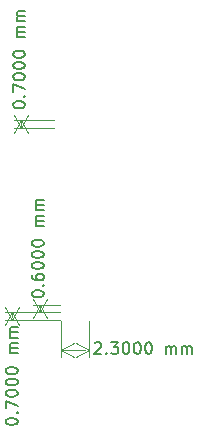
<source format=gbr>
%TF.GenerationSoftware,KiCad,Pcbnew,7.0.9*%
%TF.CreationDate,2023-12-18T15:10:48+01:00*%
%TF.ProjectId,flexAddressLedsV2,666c6578-4164-4647-9265-73734c656473,rev?*%
%TF.SameCoordinates,Original*%
%TF.FileFunction,Other,Comment*%
%FSLAX46Y46*%
G04 Gerber Fmt 4.6, Leading zero omitted, Abs format (unit mm)*
G04 Created by KiCad (PCBNEW 7.0.9) date 2023-12-18 15:10:48*
%MOMM*%
%LPD*%
G01*
G04 APERTURE LIST*
%ADD10C,0.150000*%
%ADD11C,0.120000*%
G04 APERTURE END LIST*
D10*
X25354819Y-56999761D02*
X25354819Y-56904523D01*
X25354819Y-56904523D02*
X25402438Y-56809285D01*
X25402438Y-56809285D02*
X25450057Y-56761666D01*
X25450057Y-56761666D02*
X25545295Y-56714047D01*
X25545295Y-56714047D02*
X25735771Y-56666428D01*
X25735771Y-56666428D02*
X25973866Y-56666428D01*
X25973866Y-56666428D02*
X26164342Y-56714047D01*
X26164342Y-56714047D02*
X26259580Y-56761666D01*
X26259580Y-56761666D02*
X26307200Y-56809285D01*
X26307200Y-56809285D02*
X26354819Y-56904523D01*
X26354819Y-56904523D02*
X26354819Y-56999761D01*
X26354819Y-56999761D02*
X26307200Y-57094999D01*
X26307200Y-57094999D02*
X26259580Y-57142618D01*
X26259580Y-57142618D02*
X26164342Y-57190237D01*
X26164342Y-57190237D02*
X25973866Y-57237856D01*
X25973866Y-57237856D02*
X25735771Y-57237856D01*
X25735771Y-57237856D02*
X25545295Y-57190237D01*
X25545295Y-57190237D02*
X25450057Y-57142618D01*
X25450057Y-57142618D02*
X25402438Y-57094999D01*
X25402438Y-57094999D02*
X25354819Y-56999761D01*
X26259580Y-56237856D02*
X26307200Y-56190237D01*
X26307200Y-56190237D02*
X26354819Y-56237856D01*
X26354819Y-56237856D02*
X26307200Y-56285475D01*
X26307200Y-56285475D02*
X26259580Y-56237856D01*
X26259580Y-56237856D02*
X26354819Y-56237856D01*
X25354819Y-55856904D02*
X25354819Y-55190238D01*
X25354819Y-55190238D02*
X26354819Y-55618809D01*
X25354819Y-54618809D02*
X25354819Y-54523571D01*
X25354819Y-54523571D02*
X25402438Y-54428333D01*
X25402438Y-54428333D02*
X25450057Y-54380714D01*
X25450057Y-54380714D02*
X25545295Y-54333095D01*
X25545295Y-54333095D02*
X25735771Y-54285476D01*
X25735771Y-54285476D02*
X25973866Y-54285476D01*
X25973866Y-54285476D02*
X26164342Y-54333095D01*
X26164342Y-54333095D02*
X26259580Y-54380714D01*
X26259580Y-54380714D02*
X26307200Y-54428333D01*
X26307200Y-54428333D02*
X26354819Y-54523571D01*
X26354819Y-54523571D02*
X26354819Y-54618809D01*
X26354819Y-54618809D02*
X26307200Y-54714047D01*
X26307200Y-54714047D02*
X26259580Y-54761666D01*
X26259580Y-54761666D02*
X26164342Y-54809285D01*
X26164342Y-54809285D02*
X25973866Y-54856904D01*
X25973866Y-54856904D02*
X25735771Y-54856904D01*
X25735771Y-54856904D02*
X25545295Y-54809285D01*
X25545295Y-54809285D02*
X25450057Y-54761666D01*
X25450057Y-54761666D02*
X25402438Y-54714047D01*
X25402438Y-54714047D02*
X25354819Y-54618809D01*
X25354819Y-53666428D02*
X25354819Y-53571190D01*
X25354819Y-53571190D02*
X25402438Y-53475952D01*
X25402438Y-53475952D02*
X25450057Y-53428333D01*
X25450057Y-53428333D02*
X25545295Y-53380714D01*
X25545295Y-53380714D02*
X25735771Y-53333095D01*
X25735771Y-53333095D02*
X25973866Y-53333095D01*
X25973866Y-53333095D02*
X26164342Y-53380714D01*
X26164342Y-53380714D02*
X26259580Y-53428333D01*
X26259580Y-53428333D02*
X26307200Y-53475952D01*
X26307200Y-53475952D02*
X26354819Y-53571190D01*
X26354819Y-53571190D02*
X26354819Y-53666428D01*
X26354819Y-53666428D02*
X26307200Y-53761666D01*
X26307200Y-53761666D02*
X26259580Y-53809285D01*
X26259580Y-53809285D02*
X26164342Y-53856904D01*
X26164342Y-53856904D02*
X25973866Y-53904523D01*
X25973866Y-53904523D02*
X25735771Y-53904523D01*
X25735771Y-53904523D02*
X25545295Y-53856904D01*
X25545295Y-53856904D02*
X25450057Y-53809285D01*
X25450057Y-53809285D02*
X25402438Y-53761666D01*
X25402438Y-53761666D02*
X25354819Y-53666428D01*
X25354819Y-52714047D02*
X25354819Y-52618809D01*
X25354819Y-52618809D02*
X25402438Y-52523571D01*
X25402438Y-52523571D02*
X25450057Y-52475952D01*
X25450057Y-52475952D02*
X25545295Y-52428333D01*
X25545295Y-52428333D02*
X25735771Y-52380714D01*
X25735771Y-52380714D02*
X25973866Y-52380714D01*
X25973866Y-52380714D02*
X26164342Y-52428333D01*
X26164342Y-52428333D02*
X26259580Y-52475952D01*
X26259580Y-52475952D02*
X26307200Y-52523571D01*
X26307200Y-52523571D02*
X26354819Y-52618809D01*
X26354819Y-52618809D02*
X26354819Y-52714047D01*
X26354819Y-52714047D02*
X26307200Y-52809285D01*
X26307200Y-52809285D02*
X26259580Y-52856904D01*
X26259580Y-52856904D02*
X26164342Y-52904523D01*
X26164342Y-52904523D02*
X25973866Y-52952142D01*
X25973866Y-52952142D02*
X25735771Y-52952142D01*
X25735771Y-52952142D02*
X25545295Y-52904523D01*
X25545295Y-52904523D02*
X25450057Y-52856904D01*
X25450057Y-52856904D02*
X25402438Y-52809285D01*
X25402438Y-52809285D02*
X25354819Y-52714047D01*
X26354819Y-51190237D02*
X25688152Y-51190237D01*
X25783390Y-51190237D02*
X25735771Y-51142618D01*
X25735771Y-51142618D02*
X25688152Y-51047380D01*
X25688152Y-51047380D02*
X25688152Y-50904523D01*
X25688152Y-50904523D02*
X25735771Y-50809285D01*
X25735771Y-50809285D02*
X25831009Y-50761666D01*
X25831009Y-50761666D02*
X26354819Y-50761666D01*
X25831009Y-50761666D02*
X25735771Y-50714047D01*
X25735771Y-50714047D02*
X25688152Y-50618809D01*
X25688152Y-50618809D02*
X25688152Y-50475952D01*
X25688152Y-50475952D02*
X25735771Y-50380713D01*
X25735771Y-50380713D02*
X25831009Y-50333094D01*
X25831009Y-50333094D02*
X26354819Y-50333094D01*
X26354819Y-49856904D02*
X25688152Y-49856904D01*
X25783390Y-49856904D02*
X25735771Y-49809285D01*
X25735771Y-49809285D02*
X25688152Y-49714047D01*
X25688152Y-49714047D02*
X25688152Y-49571190D01*
X25688152Y-49571190D02*
X25735771Y-49475952D01*
X25735771Y-49475952D02*
X25831009Y-49428333D01*
X25831009Y-49428333D02*
X26354819Y-49428333D01*
X25831009Y-49428333D02*
X25735771Y-49380714D01*
X25735771Y-49380714D02*
X25688152Y-49285476D01*
X25688152Y-49285476D02*
X25688152Y-49142619D01*
X25688152Y-49142619D02*
X25735771Y-49047380D01*
X25735771Y-49047380D02*
X25831009Y-48999761D01*
X25831009Y-48999761D02*
X26354819Y-48999761D01*
D11*
X29900000Y-48395000D02*
X25313580Y-48395000D01*
X29900000Y-47695000D02*
X25313580Y-47695000D01*
X25900000Y-48136667D02*
X25900000Y-47695000D01*
X25900000Y-48395000D02*
X25313579Y-47268496D01*
X25900000Y-48395000D02*
X26486421Y-47268496D01*
X25900000Y-47695000D02*
X26486421Y-48821504D01*
X25900000Y-47695000D02*
X25313579Y-48821504D01*
D10*
X25954819Y-30204761D02*
X25954819Y-30109523D01*
X25954819Y-30109523D02*
X26002438Y-30014285D01*
X26002438Y-30014285D02*
X26050057Y-29966666D01*
X26050057Y-29966666D02*
X26145295Y-29919047D01*
X26145295Y-29919047D02*
X26335771Y-29871428D01*
X26335771Y-29871428D02*
X26573866Y-29871428D01*
X26573866Y-29871428D02*
X26764342Y-29919047D01*
X26764342Y-29919047D02*
X26859580Y-29966666D01*
X26859580Y-29966666D02*
X26907200Y-30014285D01*
X26907200Y-30014285D02*
X26954819Y-30109523D01*
X26954819Y-30109523D02*
X26954819Y-30204761D01*
X26954819Y-30204761D02*
X26907200Y-30299999D01*
X26907200Y-30299999D02*
X26859580Y-30347618D01*
X26859580Y-30347618D02*
X26764342Y-30395237D01*
X26764342Y-30395237D02*
X26573866Y-30442856D01*
X26573866Y-30442856D02*
X26335771Y-30442856D01*
X26335771Y-30442856D02*
X26145295Y-30395237D01*
X26145295Y-30395237D02*
X26050057Y-30347618D01*
X26050057Y-30347618D02*
X26002438Y-30299999D01*
X26002438Y-30299999D02*
X25954819Y-30204761D01*
X26859580Y-29442856D02*
X26907200Y-29395237D01*
X26907200Y-29395237D02*
X26954819Y-29442856D01*
X26954819Y-29442856D02*
X26907200Y-29490475D01*
X26907200Y-29490475D02*
X26859580Y-29442856D01*
X26859580Y-29442856D02*
X26954819Y-29442856D01*
X25954819Y-29061904D02*
X25954819Y-28395238D01*
X25954819Y-28395238D02*
X26954819Y-28823809D01*
X25954819Y-27823809D02*
X25954819Y-27728571D01*
X25954819Y-27728571D02*
X26002438Y-27633333D01*
X26002438Y-27633333D02*
X26050057Y-27585714D01*
X26050057Y-27585714D02*
X26145295Y-27538095D01*
X26145295Y-27538095D02*
X26335771Y-27490476D01*
X26335771Y-27490476D02*
X26573866Y-27490476D01*
X26573866Y-27490476D02*
X26764342Y-27538095D01*
X26764342Y-27538095D02*
X26859580Y-27585714D01*
X26859580Y-27585714D02*
X26907200Y-27633333D01*
X26907200Y-27633333D02*
X26954819Y-27728571D01*
X26954819Y-27728571D02*
X26954819Y-27823809D01*
X26954819Y-27823809D02*
X26907200Y-27919047D01*
X26907200Y-27919047D02*
X26859580Y-27966666D01*
X26859580Y-27966666D02*
X26764342Y-28014285D01*
X26764342Y-28014285D02*
X26573866Y-28061904D01*
X26573866Y-28061904D02*
X26335771Y-28061904D01*
X26335771Y-28061904D02*
X26145295Y-28014285D01*
X26145295Y-28014285D02*
X26050057Y-27966666D01*
X26050057Y-27966666D02*
X26002438Y-27919047D01*
X26002438Y-27919047D02*
X25954819Y-27823809D01*
X25954819Y-26871428D02*
X25954819Y-26776190D01*
X25954819Y-26776190D02*
X26002438Y-26680952D01*
X26002438Y-26680952D02*
X26050057Y-26633333D01*
X26050057Y-26633333D02*
X26145295Y-26585714D01*
X26145295Y-26585714D02*
X26335771Y-26538095D01*
X26335771Y-26538095D02*
X26573866Y-26538095D01*
X26573866Y-26538095D02*
X26764342Y-26585714D01*
X26764342Y-26585714D02*
X26859580Y-26633333D01*
X26859580Y-26633333D02*
X26907200Y-26680952D01*
X26907200Y-26680952D02*
X26954819Y-26776190D01*
X26954819Y-26776190D02*
X26954819Y-26871428D01*
X26954819Y-26871428D02*
X26907200Y-26966666D01*
X26907200Y-26966666D02*
X26859580Y-27014285D01*
X26859580Y-27014285D02*
X26764342Y-27061904D01*
X26764342Y-27061904D02*
X26573866Y-27109523D01*
X26573866Y-27109523D02*
X26335771Y-27109523D01*
X26335771Y-27109523D02*
X26145295Y-27061904D01*
X26145295Y-27061904D02*
X26050057Y-27014285D01*
X26050057Y-27014285D02*
X26002438Y-26966666D01*
X26002438Y-26966666D02*
X25954819Y-26871428D01*
X25954819Y-25919047D02*
X25954819Y-25823809D01*
X25954819Y-25823809D02*
X26002438Y-25728571D01*
X26002438Y-25728571D02*
X26050057Y-25680952D01*
X26050057Y-25680952D02*
X26145295Y-25633333D01*
X26145295Y-25633333D02*
X26335771Y-25585714D01*
X26335771Y-25585714D02*
X26573866Y-25585714D01*
X26573866Y-25585714D02*
X26764342Y-25633333D01*
X26764342Y-25633333D02*
X26859580Y-25680952D01*
X26859580Y-25680952D02*
X26907200Y-25728571D01*
X26907200Y-25728571D02*
X26954819Y-25823809D01*
X26954819Y-25823809D02*
X26954819Y-25919047D01*
X26954819Y-25919047D02*
X26907200Y-26014285D01*
X26907200Y-26014285D02*
X26859580Y-26061904D01*
X26859580Y-26061904D02*
X26764342Y-26109523D01*
X26764342Y-26109523D02*
X26573866Y-26157142D01*
X26573866Y-26157142D02*
X26335771Y-26157142D01*
X26335771Y-26157142D02*
X26145295Y-26109523D01*
X26145295Y-26109523D02*
X26050057Y-26061904D01*
X26050057Y-26061904D02*
X26002438Y-26014285D01*
X26002438Y-26014285D02*
X25954819Y-25919047D01*
X26954819Y-24395237D02*
X26288152Y-24395237D01*
X26383390Y-24395237D02*
X26335771Y-24347618D01*
X26335771Y-24347618D02*
X26288152Y-24252380D01*
X26288152Y-24252380D02*
X26288152Y-24109523D01*
X26288152Y-24109523D02*
X26335771Y-24014285D01*
X26335771Y-24014285D02*
X26431009Y-23966666D01*
X26431009Y-23966666D02*
X26954819Y-23966666D01*
X26431009Y-23966666D02*
X26335771Y-23919047D01*
X26335771Y-23919047D02*
X26288152Y-23823809D01*
X26288152Y-23823809D02*
X26288152Y-23680952D01*
X26288152Y-23680952D02*
X26335771Y-23585713D01*
X26335771Y-23585713D02*
X26431009Y-23538094D01*
X26431009Y-23538094D02*
X26954819Y-23538094D01*
X26954819Y-23061904D02*
X26288152Y-23061904D01*
X26383390Y-23061904D02*
X26335771Y-23014285D01*
X26335771Y-23014285D02*
X26288152Y-22919047D01*
X26288152Y-22919047D02*
X26288152Y-22776190D01*
X26288152Y-22776190D02*
X26335771Y-22680952D01*
X26335771Y-22680952D02*
X26431009Y-22633333D01*
X26431009Y-22633333D02*
X26954819Y-22633333D01*
X26431009Y-22633333D02*
X26335771Y-22585714D01*
X26335771Y-22585714D02*
X26288152Y-22490476D01*
X26288152Y-22490476D02*
X26288152Y-22347619D01*
X26288152Y-22347619D02*
X26335771Y-22252380D01*
X26335771Y-22252380D02*
X26431009Y-22204761D01*
X26431009Y-22204761D02*
X26954819Y-22204761D01*
D11*
X29400000Y-31400000D02*
X26013580Y-31400000D01*
X29400000Y-32100000D02*
X26013580Y-32100000D01*
X26600000Y-31400000D02*
X26600000Y-32100000D01*
X26600000Y-31400000D02*
X26600000Y-32100000D01*
X26600000Y-31400000D02*
X27186421Y-32526504D01*
X26600000Y-31400000D02*
X26013579Y-32526504D01*
X26600000Y-32100000D02*
X26013579Y-30973496D01*
X26600000Y-32100000D02*
X27186421Y-30973496D01*
D10*
X32859143Y-50345057D02*
X32906762Y-50297438D01*
X32906762Y-50297438D02*
X33002000Y-50249819D01*
X33002000Y-50249819D02*
X33240095Y-50249819D01*
X33240095Y-50249819D02*
X33335333Y-50297438D01*
X33335333Y-50297438D02*
X33382952Y-50345057D01*
X33382952Y-50345057D02*
X33430571Y-50440295D01*
X33430571Y-50440295D02*
X33430571Y-50535533D01*
X33430571Y-50535533D02*
X33382952Y-50678390D01*
X33382952Y-50678390D02*
X32811524Y-51249819D01*
X32811524Y-51249819D02*
X33430571Y-51249819D01*
X33859143Y-51154580D02*
X33906762Y-51202200D01*
X33906762Y-51202200D02*
X33859143Y-51249819D01*
X33859143Y-51249819D02*
X33811524Y-51202200D01*
X33811524Y-51202200D02*
X33859143Y-51154580D01*
X33859143Y-51154580D02*
X33859143Y-51249819D01*
X34240095Y-50249819D02*
X34859142Y-50249819D01*
X34859142Y-50249819D02*
X34525809Y-50630771D01*
X34525809Y-50630771D02*
X34668666Y-50630771D01*
X34668666Y-50630771D02*
X34763904Y-50678390D01*
X34763904Y-50678390D02*
X34811523Y-50726009D01*
X34811523Y-50726009D02*
X34859142Y-50821247D01*
X34859142Y-50821247D02*
X34859142Y-51059342D01*
X34859142Y-51059342D02*
X34811523Y-51154580D01*
X34811523Y-51154580D02*
X34763904Y-51202200D01*
X34763904Y-51202200D02*
X34668666Y-51249819D01*
X34668666Y-51249819D02*
X34382952Y-51249819D01*
X34382952Y-51249819D02*
X34287714Y-51202200D01*
X34287714Y-51202200D02*
X34240095Y-51154580D01*
X35478190Y-50249819D02*
X35573428Y-50249819D01*
X35573428Y-50249819D02*
X35668666Y-50297438D01*
X35668666Y-50297438D02*
X35716285Y-50345057D01*
X35716285Y-50345057D02*
X35763904Y-50440295D01*
X35763904Y-50440295D02*
X35811523Y-50630771D01*
X35811523Y-50630771D02*
X35811523Y-50868866D01*
X35811523Y-50868866D02*
X35763904Y-51059342D01*
X35763904Y-51059342D02*
X35716285Y-51154580D01*
X35716285Y-51154580D02*
X35668666Y-51202200D01*
X35668666Y-51202200D02*
X35573428Y-51249819D01*
X35573428Y-51249819D02*
X35478190Y-51249819D01*
X35478190Y-51249819D02*
X35382952Y-51202200D01*
X35382952Y-51202200D02*
X35335333Y-51154580D01*
X35335333Y-51154580D02*
X35287714Y-51059342D01*
X35287714Y-51059342D02*
X35240095Y-50868866D01*
X35240095Y-50868866D02*
X35240095Y-50630771D01*
X35240095Y-50630771D02*
X35287714Y-50440295D01*
X35287714Y-50440295D02*
X35335333Y-50345057D01*
X35335333Y-50345057D02*
X35382952Y-50297438D01*
X35382952Y-50297438D02*
X35478190Y-50249819D01*
X36430571Y-50249819D02*
X36525809Y-50249819D01*
X36525809Y-50249819D02*
X36621047Y-50297438D01*
X36621047Y-50297438D02*
X36668666Y-50345057D01*
X36668666Y-50345057D02*
X36716285Y-50440295D01*
X36716285Y-50440295D02*
X36763904Y-50630771D01*
X36763904Y-50630771D02*
X36763904Y-50868866D01*
X36763904Y-50868866D02*
X36716285Y-51059342D01*
X36716285Y-51059342D02*
X36668666Y-51154580D01*
X36668666Y-51154580D02*
X36621047Y-51202200D01*
X36621047Y-51202200D02*
X36525809Y-51249819D01*
X36525809Y-51249819D02*
X36430571Y-51249819D01*
X36430571Y-51249819D02*
X36335333Y-51202200D01*
X36335333Y-51202200D02*
X36287714Y-51154580D01*
X36287714Y-51154580D02*
X36240095Y-51059342D01*
X36240095Y-51059342D02*
X36192476Y-50868866D01*
X36192476Y-50868866D02*
X36192476Y-50630771D01*
X36192476Y-50630771D02*
X36240095Y-50440295D01*
X36240095Y-50440295D02*
X36287714Y-50345057D01*
X36287714Y-50345057D02*
X36335333Y-50297438D01*
X36335333Y-50297438D02*
X36430571Y-50249819D01*
X37382952Y-50249819D02*
X37478190Y-50249819D01*
X37478190Y-50249819D02*
X37573428Y-50297438D01*
X37573428Y-50297438D02*
X37621047Y-50345057D01*
X37621047Y-50345057D02*
X37668666Y-50440295D01*
X37668666Y-50440295D02*
X37716285Y-50630771D01*
X37716285Y-50630771D02*
X37716285Y-50868866D01*
X37716285Y-50868866D02*
X37668666Y-51059342D01*
X37668666Y-51059342D02*
X37621047Y-51154580D01*
X37621047Y-51154580D02*
X37573428Y-51202200D01*
X37573428Y-51202200D02*
X37478190Y-51249819D01*
X37478190Y-51249819D02*
X37382952Y-51249819D01*
X37382952Y-51249819D02*
X37287714Y-51202200D01*
X37287714Y-51202200D02*
X37240095Y-51154580D01*
X37240095Y-51154580D02*
X37192476Y-51059342D01*
X37192476Y-51059342D02*
X37144857Y-50868866D01*
X37144857Y-50868866D02*
X37144857Y-50630771D01*
X37144857Y-50630771D02*
X37192476Y-50440295D01*
X37192476Y-50440295D02*
X37240095Y-50345057D01*
X37240095Y-50345057D02*
X37287714Y-50297438D01*
X37287714Y-50297438D02*
X37382952Y-50249819D01*
X38906762Y-51249819D02*
X38906762Y-50583152D01*
X38906762Y-50678390D02*
X38954381Y-50630771D01*
X38954381Y-50630771D02*
X39049619Y-50583152D01*
X39049619Y-50583152D02*
X39192476Y-50583152D01*
X39192476Y-50583152D02*
X39287714Y-50630771D01*
X39287714Y-50630771D02*
X39335333Y-50726009D01*
X39335333Y-50726009D02*
X39335333Y-51249819D01*
X39335333Y-50726009D02*
X39382952Y-50630771D01*
X39382952Y-50630771D02*
X39478190Y-50583152D01*
X39478190Y-50583152D02*
X39621047Y-50583152D01*
X39621047Y-50583152D02*
X39716286Y-50630771D01*
X39716286Y-50630771D02*
X39763905Y-50726009D01*
X39763905Y-50726009D02*
X39763905Y-51249819D01*
X40240095Y-51249819D02*
X40240095Y-50583152D01*
X40240095Y-50678390D02*
X40287714Y-50630771D01*
X40287714Y-50630771D02*
X40382952Y-50583152D01*
X40382952Y-50583152D02*
X40525809Y-50583152D01*
X40525809Y-50583152D02*
X40621047Y-50630771D01*
X40621047Y-50630771D02*
X40668666Y-50726009D01*
X40668666Y-50726009D02*
X40668666Y-51249819D01*
X40668666Y-50726009D02*
X40716285Y-50630771D01*
X40716285Y-50630771D02*
X40811523Y-50583152D01*
X40811523Y-50583152D02*
X40954380Y-50583152D01*
X40954380Y-50583152D02*
X41049619Y-50630771D01*
X41049619Y-50630771D02*
X41097238Y-50726009D01*
X41097238Y-50726009D02*
X41097238Y-51249819D01*
D11*
X30004000Y-48495000D02*
X30004000Y-51481420D01*
X32400000Y-48495000D02*
X32400000Y-51481420D01*
X30004000Y-50895000D02*
X32043667Y-50895000D01*
X30004000Y-50895000D02*
X31130504Y-50308579D01*
X30004000Y-50895000D02*
X31130504Y-51481421D01*
X32400000Y-50895000D02*
X31273496Y-51481421D01*
X32400000Y-50895000D02*
X31273496Y-50308579D01*
D10*
X27550819Y-46199761D02*
X27550819Y-46104523D01*
X27550819Y-46104523D02*
X27598438Y-46009285D01*
X27598438Y-46009285D02*
X27646057Y-45961666D01*
X27646057Y-45961666D02*
X27741295Y-45914047D01*
X27741295Y-45914047D02*
X27931771Y-45866428D01*
X27931771Y-45866428D02*
X28169866Y-45866428D01*
X28169866Y-45866428D02*
X28360342Y-45914047D01*
X28360342Y-45914047D02*
X28455580Y-45961666D01*
X28455580Y-45961666D02*
X28503200Y-46009285D01*
X28503200Y-46009285D02*
X28550819Y-46104523D01*
X28550819Y-46104523D02*
X28550819Y-46199761D01*
X28550819Y-46199761D02*
X28503200Y-46294999D01*
X28503200Y-46294999D02*
X28455580Y-46342618D01*
X28455580Y-46342618D02*
X28360342Y-46390237D01*
X28360342Y-46390237D02*
X28169866Y-46437856D01*
X28169866Y-46437856D02*
X27931771Y-46437856D01*
X27931771Y-46437856D02*
X27741295Y-46390237D01*
X27741295Y-46390237D02*
X27646057Y-46342618D01*
X27646057Y-46342618D02*
X27598438Y-46294999D01*
X27598438Y-46294999D02*
X27550819Y-46199761D01*
X28455580Y-45437856D02*
X28503200Y-45390237D01*
X28503200Y-45390237D02*
X28550819Y-45437856D01*
X28550819Y-45437856D02*
X28503200Y-45485475D01*
X28503200Y-45485475D02*
X28455580Y-45437856D01*
X28455580Y-45437856D02*
X28550819Y-45437856D01*
X27550819Y-44533095D02*
X27550819Y-44723571D01*
X27550819Y-44723571D02*
X27598438Y-44818809D01*
X27598438Y-44818809D02*
X27646057Y-44866428D01*
X27646057Y-44866428D02*
X27788914Y-44961666D01*
X27788914Y-44961666D02*
X27979390Y-45009285D01*
X27979390Y-45009285D02*
X28360342Y-45009285D01*
X28360342Y-45009285D02*
X28455580Y-44961666D01*
X28455580Y-44961666D02*
X28503200Y-44914047D01*
X28503200Y-44914047D02*
X28550819Y-44818809D01*
X28550819Y-44818809D02*
X28550819Y-44628333D01*
X28550819Y-44628333D02*
X28503200Y-44533095D01*
X28503200Y-44533095D02*
X28455580Y-44485476D01*
X28455580Y-44485476D02*
X28360342Y-44437857D01*
X28360342Y-44437857D02*
X28122247Y-44437857D01*
X28122247Y-44437857D02*
X28027009Y-44485476D01*
X28027009Y-44485476D02*
X27979390Y-44533095D01*
X27979390Y-44533095D02*
X27931771Y-44628333D01*
X27931771Y-44628333D02*
X27931771Y-44818809D01*
X27931771Y-44818809D02*
X27979390Y-44914047D01*
X27979390Y-44914047D02*
X28027009Y-44961666D01*
X28027009Y-44961666D02*
X28122247Y-45009285D01*
X27550819Y-43818809D02*
X27550819Y-43723571D01*
X27550819Y-43723571D02*
X27598438Y-43628333D01*
X27598438Y-43628333D02*
X27646057Y-43580714D01*
X27646057Y-43580714D02*
X27741295Y-43533095D01*
X27741295Y-43533095D02*
X27931771Y-43485476D01*
X27931771Y-43485476D02*
X28169866Y-43485476D01*
X28169866Y-43485476D02*
X28360342Y-43533095D01*
X28360342Y-43533095D02*
X28455580Y-43580714D01*
X28455580Y-43580714D02*
X28503200Y-43628333D01*
X28503200Y-43628333D02*
X28550819Y-43723571D01*
X28550819Y-43723571D02*
X28550819Y-43818809D01*
X28550819Y-43818809D02*
X28503200Y-43914047D01*
X28503200Y-43914047D02*
X28455580Y-43961666D01*
X28455580Y-43961666D02*
X28360342Y-44009285D01*
X28360342Y-44009285D02*
X28169866Y-44056904D01*
X28169866Y-44056904D02*
X27931771Y-44056904D01*
X27931771Y-44056904D02*
X27741295Y-44009285D01*
X27741295Y-44009285D02*
X27646057Y-43961666D01*
X27646057Y-43961666D02*
X27598438Y-43914047D01*
X27598438Y-43914047D02*
X27550819Y-43818809D01*
X27550819Y-42866428D02*
X27550819Y-42771190D01*
X27550819Y-42771190D02*
X27598438Y-42675952D01*
X27598438Y-42675952D02*
X27646057Y-42628333D01*
X27646057Y-42628333D02*
X27741295Y-42580714D01*
X27741295Y-42580714D02*
X27931771Y-42533095D01*
X27931771Y-42533095D02*
X28169866Y-42533095D01*
X28169866Y-42533095D02*
X28360342Y-42580714D01*
X28360342Y-42580714D02*
X28455580Y-42628333D01*
X28455580Y-42628333D02*
X28503200Y-42675952D01*
X28503200Y-42675952D02*
X28550819Y-42771190D01*
X28550819Y-42771190D02*
X28550819Y-42866428D01*
X28550819Y-42866428D02*
X28503200Y-42961666D01*
X28503200Y-42961666D02*
X28455580Y-43009285D01*
X28455580Y-43009285D02*
X28360342Y-43056904D01*
X28360342Y-43056904D02*
X28169866Y-43104523D01*
X28169866Y-43104523D02*
X27931771Y-43104523D01*
X27931771Y-43104523D02*
X27741295Y-43056904D01*
X27741295Y-43056904D02*
X27646057Y-43009285D01*
X27646057Y-43009285D02*
X27598438Y-42961666D01*
X27598438Y-42961666D02*
X27550819Y-42866428D01*
X27550819Y-41914047D02*
X27550819Y-41818809D01*
X27550819Y-41818809D02*
X27598438Y-41723571D01*
X27598438Y-41723571D02*
X27646057Y-41675952D01*
X27646057Y-41675952D02*
X27741295Y-41628333D01*
X27741295Y-41628333D02*
X27931771Y-41580714D01*
X27931771Y-41580714D02*
X28169866Y-41580714D01*
X28169866Y-41580714D02*
X28360342Y-41628333D01*
X28360342Y-41628333D02*
X28455580Y-41675952D01*
X28455580Y-41675952D02*
X28503200Y-41723571D01*
X28503200Y-41723571D02*
X28550819Y-41818809D01*
X28550819Y-41818809D02*
X28550819Y-41914047D01*
X28550819Y-41914047D02*
X28503200Y-42009285D01*
X28503200Y-42009285D02*
X28455580Y-42056904D01*
X28455580Y-42056904D02*
X28360342Y-42104523D01*
X28360342Y-42104523D02*
X28169866Y-42152142D01*
X28169866Y-42152142D02*
X27931771Y-42152142D01*
X27931771Y-42152142D02*
X27741295Y-42104523D01*
X27741295Y-42104523D02*
X27646057Y-42056904D01*
X27646057Y-42056904D02*
X27598438Y-42009285D01*
X27598438Y-42009285D02*
X27550819Y-41914047D01*
X28550819Y-40390237D02*
X27884152Y-40390237D01*
X27979390Y-40390237D02*
X27931771Y-40342618D01*
X27931771Y-40342618D02*
X27884152Y-40247380D01*
X27884152Y-40247380D02*
X27884152Y-40104523D01*
X27884152Y-40104523D02*
X27931771Y-40009285D01*
X27931771Y-40009285D02*
X28027009Y-39961666D01*
X28027009Y-39961666D02*
X28550819Y-39961666D01*
X28027009Y-39961666D02*
X27931771Y-39914047D01*
X27931771Y-39914047D02*
X27884152Y-39818809D01*
X27884152Y-39818809D02*
X27884152Y-39675952D01*
X27884152Y-39675952D02*
X27931771Y-39580713D01*
X27931771Y-39580713D02*
X28027009Y-39533094D01*
X28027009Y-39533094D02*
X28550819Y-39533094D01*
X28550819Y-39056904D02*
X27884152Y-39056904D01*
X27979390Y-39056904D02*
X27931771Y-39009285D01*
X27931771Y-39009285D02*
X27884152Y-38914047D01*
X27884152Y-38914047D02*
X27884152Y-38771190D01*
X27884152Y-38771190D02*
X27931771Y-38675952D01*
X27931771Y-38675952D02*
X28027009Y-38628333D01*
X28027009Y-38628333D02*
X28550819Y-38628333D01*
X28027009Y-38628333D02*
X27931771Y-38580714D01*
X27931771Y-38580714D02*
X27884152Y-38485476D01*
X27884152Y-38485476D02*
X27884152Y-38342619D01*
X27884152Y-38342619D02*
X27931771Y-38247380D01*
X27931771Y-38247380D02*
X28027009Y-38199761D01*
X28027009Y-38199761D02*
X28550819Y-38199761D01*
D11*
X29900000Y-47095000D02*
X27649580Y-47095000D01*
X29900000Y-47695000D02*
X27649580Y-47695000D01*
X28236000Y-47253333D02*
X28236000Y-47695000D01*
X28236000Y-47095000D02*
X28822421Y-48221504D01*
X28236000Y-47095000D02*
X27649579Y-48221504D01*
X28236000Y-47695000D02*
X27649579Y-46568496D01*
X28236000Y-47695000D02*
X28822421Y-46568496D01*
M02*

</source>
